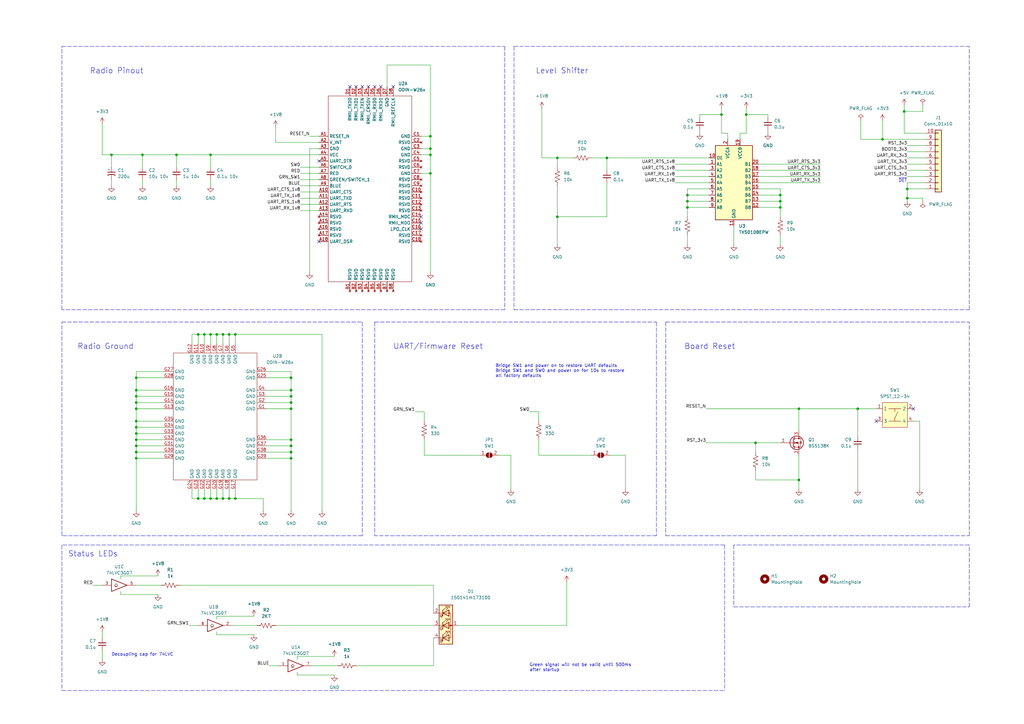
<source format=kicad_sch>
(kicad_sch (version 20211123) (generator eeschema)
  (paper "A3")
  (title_block (title "Radio Breakout") (company "The A-Team"))
  (lib_symbols
    (symbol "74xGxx:74LVC3G07" (pin_names (offset 1.016))
      (property "Reference" "U" (at -2.54 3.81 0))
      (property "Value" "74LVC3G07" (at 0 -3.81 0))
      (symbol "74LVC3G07_0_1"
        (pin power_in line (at 0 -2.54 270) (length 0) hide (name "GND") (number "4"))
        (pin power_in line (at 0 2.54 90) (length 0) hide (name "VCC") (number "8"))
      )
      (symbol "74LVC3G07_1_1"
        (pin input line (at -7.62 0 0) (length 3.81) (name "~") (number "1"))
        (pin open_collector line (at 6.35 0 180) (length 3.81) (name "~") (number "7"))
      )
      (symbol "74LVC3G07_2_1"
        (pin open_collector line (at 6.35 0 180) (length 3.81) (name "~") (number "2"))
        (pin input line (at -7.62 0 0) (length 3.81) (name "~") (number "6"))
      )
      (symbol "74LVC3G07_3_1"
        (pin input line (at -7.62 0 0) (length 3.81) (name "~") (number "3"))
        (pin open_collector line (at 6.35 0 180) (length 3.81) (name "~") (number "5"))
      )
    )
    (symbol "AT-Modules:ODIN-W26x"
      (property "Reference" "U" (at 25.4 27.94 0))
      (property "Value" "ODIN-W26x" (at 25.4 30.48 0))
      (symbol "ODIN-W26x_1_1"
        (pin input line (at -21.59 21.59 0) (length 3.81) (name "RESET_N") (number "A1"))
        (pin input line (at -21.59 -1.27 0) (length 3.81) (name "UART_CTS") (number "A10"))
        (pin output line (at -21.59 -3.81 0) (length 3.81) (name "UART_TXD") (number "A11"))
        (pin output line (at -21.59 -6.35 0) (length 3.81) (name "UART_RTS") (number "A12"))
        (pin input line (at -21.59 -8.89 0) (length 3.81) (name "UART_RXD") (number "A13"))
        (pin no_connect line (at -21.59 -11.43 0) (length 3.81) (name "RSVD") (number "A14"))
        (pin no_connect line (at -21.59 -13.97 0) (length 3.81) (name "RSVD") (number "A15"))
        (pin no_connect line (at -21.59 -16.51 0) (length 3.81) (name "RSVD") (number "A16"))
        (pin no_connect line (at -21.59 -19.05 0) (length 3.81) (name "RSVD") (number "A17"))
        (pin input line (at -21.59 -21.59 0) (length 3.81) (name "UART_DSR") (number "A18"))
        (pin power_out line (at -21.59 19.05 0) (length 3.81) (name "V_INT") (number "A2"))
        (pin power_in line (at -21.59 16.51 0) (length 3.81) (name "GND") (number "A3"))
        (pin power_in line (at -21.59 13.97 0) (length 3.81) (name "VCC") (number "A4"))
        (pin output line (at -21.59 11.43 0) (length 3.81) (name "UART_DTR") (number "A5"))
        (pin input line (at -21.59 8.89 0) (length 3.81) (name "SWITCH_0") (number "A6"))
        (pin output line (at -21.59 6.35 0) (length 3.81) (name "RED") (number "A7"))
        (pin bidirectional line (at -21.59 3.81 0) (length 3.81) (name "GREEN/SWITCH_1") (number "A8"))
        (pin output line (at -21.59 1.27 0) (length 3.81) (name "BLUE") (number "A9"))
        (pin no_connect line (at -8.89 -41.91 90) (length 3.81) (name "RSVD") (number "B1"))
        (pin no_connect line (at -6.35 -41.91 90) (length 3.81) (name "RSVD") (number "B2"))
        (pin no_connect line (at -3.81 -41.91 90) (length 3.81) (name "RSVD") (number "B3"))
        (pin no_connect line (at -1.27 -41.91 90) (length 3.81) (name "RSVD") (number "B4"))
        (pin no_connect line (at 1.27 -41.91 90) (length 3.81) (name "RSVD") (number "B5"))
        (pin no_connect line (at 3.81 -41.91 90) (length 3.81) (name "RSVD") (number "B6"))
        (pin no_connect line (at 6.35 -41.91 90) (length 3.81) (name "RSVD") (number "B7"))
        (pin no_connect line (at 8.89 -41.91 90) (length 3.81) (name "RSVD") (number "B8"))
        (pin power_in line (at 20.32 21.59 180) (length 3.81) (name "GND") (number "C1"))
        (pin no_connect line (at 20.32 -1.27 180) (length 3.81) (name "RSVD") (number "C10"))
        (pin no_connect line (at 20.32 -3.81 180) (length 3.81) (name "RSVD") (number "C11"))
        (pin no_connect line (at 20.32 -6.35 180) (length 3.81) (name "RSVD") (number "C12"))
        (pin no_connect line (at 20.32 -8.89 180) (length 3.81) (name "RSVD") (number "C13"))
        (pin output line (at 20.32 -11.43 180) (length 3.81) (name "RMII_MDC") (number "C14"))
        (pin bidirectional line (at 20.32 -13.97 180) (length 3.81) (name "RMII_MDO") (number "C15"))
        (pin input line (at 20.32 -16.51 180) (length 3.81) (name "LPO_CLK") (number "C16"))
        (pin no_connect line (at 20.32 -19.05 180) (length 3.81) (name "RSVD") (number "C17"))
        (pin no_connect line (at 20.32 -21.59 180) (length 3.81) (name "RSVD") (number "C18"))
        (pin no_connect line (at 20.32 19.05 180) (length 3.81) (name "RSVD") (number "C2"))
        (pin power_in line (at 20.32 16.51 180) (length 3.81) (name "GND") (number "C3"))
        (pin power_in line (at 20.32 13.97 180) (length 3.81) (name "GND") (number "C4"))
        (pin no_connect line (at 20.32 11.43 180) (length 3.81) (name "RSVD") (number "C5"))
        (pin no_connect line (at 20.32 8.89 180) (length 3.81) (name "RSVD") (number "C6"))
        (pin power_in line (at 20.32 6.35 180) (length 3.81) (name "GND") (number "C7"))
        (pin no_connect line (at 20.32 3.81 180) (length 3.81) (name "RSVD") (number "C8"))
        (pin no_connect line (at 20.32 1.27 180) (length 3.81) (name "RSVD") (number "C9"))
        (pin output line (at -8.89 41.91 270) (length 3.81) (name "RMII_TXD0") (number "D1"))
        (pin output line (at -6.35 41.91 270) (length 3.81) (name "RMII_TXD1") (number "D2"))
        (pin output line (at -3.81 41.91 270) (length 3.81) (name "RMII_TXEN") (number "D3"))
        (pin input line (at -1.27 41.91 270) (length 3.81) (name "RMII_CRSDV") (number "D4"))
        (pin input line (at 1.27 41.91 270) (length 3.81) (name "RMII_RXD0") (number "D5"))
        (pin input line (at 3.81 41.91 270) (length 3.81) (name "RMII_RXD1") (number "D6"))
        (pin power_in line (at 6.35 41.91 270) (length 3.81) (name "GND") (number "D7"))
        (pin input line (at 8.89 41.91 270) (length 3.81) (name "RMII_REFCLK") (number "D8"))
      )
      (symbol "ODIN-W26x_2_1"
        (pin power_in line (at -21.59 -3.81 0) (length 3.81) (name "GND") (number "G1"))
        (pin power_in line (at 3.81 -30.48 90) (length 3.81) (name "GND") (number "G10"))
        (pin power_in line (at 6.35 -30.48 90) (length 3.81) (name "GND") (number "G11"))
        (pin power_in line (at 8.89 -30.48 90) (length 3.81) (name "GND") (number "G12"))
        (pin power_in line (at 20.32 -3.81 180) (length 3.81) (name "GND") (number "G13"))
        (pin power_in line (at 20.32 -6.35 180) (length 3.81) (name "GND") (number "G14"))
        (pin power_in line (at 20.32 -8.89 180) (length 3.81) (name "GND") (number "G15"))
        (pin power_in line (at 20.32 -11.43 180) (length 3.81) (name "GND") (number "G16"))
        (pin power_in line (at -8.89 29.21 270) (length 3.81) (name "GND") (number "G17"))
        (pin power_in line (at -6.35 29.21 270) (length 3.81) (name "GND") (number "G18"))
        (pin power_in line (at -3.81 29.21 270) (length 3.81) (name "GND") (number "G19"))
        (pin power_in line (at -21.59 -6.35 0) (length 3.81) (name "GND") (number "G2"))
        (pin power_in line (at -1.27 29.21 270) (length 3.81) (name "GND") (number "G20"))
        (pin power_in line (at 1.27 29.21 270) (length 3.81) (name "GND") (number "G21"))
        (pin power_in line (at 3.81 29.21 270) (length 3.81) (name "GND") (number "G22"))
        (pin power_in line (at 6.35 29.21 270) (length 3.81) (name "GND") (number "G23"))
        (pin power_in line (at 8.89 29.21 270) (length 3.81) (name "GND") (number "G24"))
        (pin power_in line (at -21.59 -16.51 0) (length 3.81) (name "GND") (number "G25"))
        (pin power_in line (at -21.59 -19.05 0) (length 3.81) (name "GND") (number "G26"))
        (pin power_in line (at 20.32 -19.05 180) (length 3.81) (name "GND") (number "G27"))
        (pin power_in line (at 20.32 -16.51 180) (length 3.81) (name "GND") (number "G28"))
        (pin power_in line (at 20.32 16.51 180) (length 3.81) (name "GND") (number "G29"))
        (pin power_in line (at -21.59 -8.89 0) (length 3.81) (name "GND") (number "G3"))
        (pin power_in line (at 20.32 13.97 180) (length 3.81) (name "GND") (number "G30"))
        (pin power_in line (at 20.32 11.43 180) (length 3.81) (name "GND") (number "G31"))
        (pin power_in line (at 20.32 8.89 180) (length 3.81) (name "GND") (number "G32"))
        (pin power_in line (at 20.32 6.35 180) (length 3.81) (name "GND") (number "G33"))
        (pin power_in line (at 20.32 3.81 180) (length 3.81) (name "GND") (number "G34"))
        (pin power_in line (at 20.32 1.27 180) (length 3.81) (name "GND") (number "G35"))
        (pin power_in line (at -21.59 8.89 0) (length 3.81) (name "GND") (number "G36"))
        (pin power_in line (at -21.59 11.43 0) (length 3.81) (name "GND") (number "G37"))
        (pin power_in line (at -21.59 13.97 0) (length 3.81) (name "GND") (number "G38"))
        (pin power_in line (at -21.59 16.51 0) (length 3.81) (name "GND") (number "G39"))
        (pin power_in line (at -21.59 -11.43 0) (length 3.81) (name "GND") (number "G4"))
        (pin power_in line (at -8.89 -30.48 90) (length 3.81) (name "GND") (number "G5"))
        (pin power_in line (at -6.35 -30.48 90) (length 3.81) (name "GND") (number "G6"))
        (pin power_in line (at -3.81 -30.48 90) (length 3.81) (name "GND") (number "G7"))
        (pin power_in line (at -1.27 -30.48 90) (length 3.81) (name "GND") (number "G8"))
        (pin power_in line (at 1.27 -30.48 90) (length 3.81) (name "GND") (number "G9"))
      )
      (symbol "ODIN-W26x_3_1"
        (pin unspecified line (at -11.43 6.35 0) (length 3.81) (name "TEST") (number "TP1"))
        (pin unspecified line (at 11.43 3.81 180) (length 3.81) (name "TEST") (number "TP10"))
        (pin unspecified line (at -11.43 -6.35 0) (length 3.81) (name "TEST") (number "TP11"))
        (pin unspecified line (at 11.43 6.35 180) (length 3.81) (name "TEST") (number "TP12"))
        (pin unspecified line (at 11.43 -6.35 180) (length 3.81) (name "TEST") (number "TP2"))
        (pin unspecified line (at -11.43 3.81 0) (length 3.81) (name "TEST") (number "TP3"))
        (pin unspecified line (at 11.43 -3.81 180) (length 3.81) (name "TEST") (number "TP4"))
        (pin unspecified line (at -11.43 1.27 0) (length 3.81) (name "TEST") (number "TP5"))
        (pin unspecified line (at 11.43 -1.27 180) (length 3.81) (name "TEST") (number "TP6"))
        (pin unspecified line (at -11.43 -1.27 0) (length 3.81) (name "TEST") (number "TP7"))
        (pin unspecified line (at 11.43 1.27 180) (length 3.81) (name "TEST") (number "TP8"))
        (pin unspecified line (at -11.43 -3.81 0) (length 3.81) (name "TEST") (number "TP9"))
      )
    )
    (symbol "AT-Switches:SPST_12-34"
      (property "Reference" "SW" (at 0 6.35 0))
      (property "Value" "SPST_12-34" (at 0 -6.35 0))
      (symbol "SPST_12-34_1_1"
        (pin passive line (at -7.62 2.54 0) (length 2.54) (name "1") (number "1"))
        (pin passive line (at 7.62 2.54 180) (length 2.54) (name "2") (number "2"))
        (pin passive line (at -7.62 -2.54 0) (length 2.54) (name "3") (number "3"))
        (pin passive line (at 7.62 -2.54 180) (length 2.54) (name "4") (number "4"))
      )
    )
    (symbol "Connector_Generic:Conn_01x10" (pin_names (offset 1.016) hide)
      (property "Reference" "J" (at 0 12.7 0))
      (property "Value" "Conn_01x10" (at 0 -15.24 0))
      (symbol "Conn_01x10_1_1"
        (pin passive line (at -5.08 10.16 0) (length 3.81) (name "Pin_1") (number "1"))
        (pin passive line (at -5.08 -12.7 0) (length 3.81) (name "Pin_10") (number "10"))
        (pin passive line (at -5.08 7.62 0) (length 3.81) (name "Pin_2") (number "2"))
        (pin passive line (at -5.08 5.08 0) (length 3.81) (name "Pin_3") (number "3"))
        (pin passive line (at -5.08 2.54 0) (length 3.81) (name "Pin_4") (number "4"))
        (pin passive line (at -5.08 0 0) (length 3.81) (name "Pin_5") (number "5"))
        (pin passive line (at -5.08 -2.54 0) (length 3.81) (name "Pin_6") (number "6"))
        (pin passive line (at -5.08 -5.08 0) (length 3.81) (name "Pin_7") (number "7"))
        (pin passive line (at -5.08 -7.62 0) (length 3.81) (name "Pin_8") (number "8"))
        (pin passive line (at -5.08 -10.16 0) (length 3.81) (name "Pin_9") (number "9"))
      )
    )
    (symbol "Device:C_Polarized_Small_US" (pin_numbers hide) (pin_names (offset 0.254) hide)
      (property "Reference" "C" (at 0.254 1.778 0))
      (property "Value" "C_Polarized_Small_US" (at 0.254 -2.032 0))
      (symbol "C_Polarized_Small_US_1_1"
        (pin passive line (at 0 2.54 270) (length 2.032) (name "~") (number "1"))
        (pin passive line (at 0 -2.54 90) (length 2.032) (name "~") (number "2"))
      )
    )
    (symbol "Device:C_Small" (pin_numbers hide) (pin_names (offset 0.254) hide)
      (property "Reference" "C" (at 0.254 1.778 0))
      (property "Value" "C_Small" (at 0.254 -2.032 0))
      (symbol "C_Small_1_1"
        (pin passive line (at 0 2.54 270) (length 2.032) (name "~") (number "1"))
        (pin passive line (at 0 -2.54 90) (length 2.032) (name "~") (number "2"))
      )
    )
    (symbol "Device:LED_ARGB" (pin_names (offset 0) hide)
      (property "Reference" "D" (at 0 9.398 0))
      (property "Value" "LED_ARGB" (at 0 -8.89 0))
      (symbol "LED_ARGB_0_0"
        (text "B" (at -1.905 -6.35 0) (effects (font (size 1.27 1.27))))
        (text "G" (at -1.905 -1.27 0) (effects (font (size 1.27 1.27))))
        (text "R" (at -1.905 3.81 0) (effects (font (size 1.27 1.27))))
      )
      (symbol "LED_ARGB_1_1"
        (pin passive line (at 5.08 0 180) (length 2.54) (name "A") (number "1"))
        (pin passive line (at -5.08 5.08 0) (length 2.54) (name "RK") (number "2"))
        (pin passive line (at -5.08 0 0) (length 2.54) (name "GK") (number "3"))
        (pin passive line (at -5.08 -5.08 0) (length 2.54) (name "BK") (number "4"))
      )
    )
    (symbol "Device:Q_NMOS_GSD" (pin_names (offset 0) hide)
      (property "Reference" "Q" (at 5.08 1.27 0))
      (property "Value" "Q_NMOS_GSD" (at 5.08 -1.27 0))
      (symbol "Q_NMOS_GSD_1_1"
        (pin input line (at -5.08 0 0) (length 2.54) (name "G") (number "1"))
        (pin passive line (at 2.54 -5.08 90) (length 2.54) (name "S") (number "2"))
        (pin passive line (at 2.54 5.08 270) (length 2.54) (name "D") (number "3"))
      )
    )
    (symbol "Device:R_US" (pin_numbers hide) (pin_names (offset 0))
      (property "Reference" "R" (at 2.54 0 90))
      (property "Value" "R_US" (at -2.54 0 90))
      (symbol "R_US_1_1"
        (pin passive line (at 0 3.81 270) (length 1.27) (name "~") (number "1"))
        (pin passive line (at 0 -3.81 90) (length 1.27) (name "~") (number "2"))
      )
    )
    (symbol "Jumper:SolderJumper_2_Open" (pin_names (offset 0) hide)
      (property "Reference" "JP" (at 0 2.032 0))
      (property "Value" "SolderJumper_2_Open" (at 0 -2.54 0))
      (symbol "SolderJumper_2_Open_1_1"
        (pin passive line (at -3.81 0 0) (length 2.54) (name "A") (number "1"))
        (pin passive line (at 3.81 0 180) (length 2.54) (name "B") (number "2"))
      )
    )
    (symbol "Logic_LevelTranslator:TXS0108EPW"
      (property "Reference" "U" (at -6.35 16.51 0))
      (property "Value" "TXS0108EPW" (at 3.81 16.51 0))
      (symbol "TXS0108EPW_1_1"
        (pin bidirectional line (at -10.16 7.62 0) (length 2.54) (name "A1") (number "1"))
        (pin input line (at -10.16 10.16 0) (length 2.54) (name "OE") (number "10"))
        (pin power_in line (at 0 -17.78 90) (length 2.54) (name "GND") (number "11"))
        (pin bidirectional line (at 10.16 -10.16 180) (length 2.54) (name "B8") (number "12"))
        (pin bidirectional line (at 10.16 -7.62 180) (length 2.54) (name "B7") (number "13"))
        (pin bidirectional line (at 10.16 -5.08 180) (length 2.54) (name "B6") (number "14"))
        (pin bidirectional line (at 10.16 -2.54 180) (length 2.54) (name "B5") (number "15"))
        (pin bidirectional line (at 10.16 0 180) (length 2.54) (name "B4") (number "16"))
        (pin bidirectional line (at 10.16 2.54 180) (length 2.54) (name "B3") (number "17"))
        (pin bidirectional line (at 10.16 5.08 180) (length 2.54) (name "B2") (number "18"))
        (pin power_in line (at 2.54 17.78 270) (length 2.54) (name "VCCB") (number "19"))
        (pin power_in line (at -2.54 17.78 270) (length 2.54) (name "VCCA") (number "2"))
        (pin bidirectional line (at 10.16 7.62 180) (length 2.54) (name "B1") (number "20"))
        (pin bidirectional line (at -10.16 5.08 0) (length 2.54) (name "A2") (number "3"))
        (pin bidirectional line (at -10.16 2.54 0) (length 2.54) (name "A3") (number "4"))
        (pin bidirectional line (at -10.16 0 0) (length 2.54) (name "A4") (number "5"))
        (pin bidirectional line (at -10.16 -2.54 0) (length 2.54) (name "A5") (number "6"))
        (pin bidirectional line (at -10.16 -5.08 0) (length 2.54) (name "A6") (number "7"))
        (pin bidirectional line (at -10.16 -7.62 0) (length 2.54) (name "A7") (number "8"))
        (pin bidirectional line (at -10.16 -10.16 0) (length 2.54) (name "A8") (number "9"))
      )
    )
    (symbol "Mechanical:MountingHole" (pin_names (offset 1.016))
      (property "Reference" "H" (at 0 5.08 0))
      (property "Value" "MountingHole" (at 0 3.175 0))
    )
    (symbol "power:+1V8" (power) (pin_names (offset 0))
      (property "Value" "+1V8" (at 0 3.556 0))
      (symbol "+1V8_1_1"
        (pin power_in line (at 0 0 90) (length 0) hide (name "+1V8") (number "1"))
      )
    )
    (symbol "power:+3.3V" (power) (pin_names (offset 0))
      (property "Value" "+3.3V" (at 0 3.556 0))
      (symbol "+3.3V_1_1"
        (pin power_in line (at 0 0 90) (length 0) hide (name "+3V3") (number "1"))
      )
    )
    (symbol "power:+5V" (power) (pin_names (offset 0))
      (property "Value" "+5V" (at 0 3.556 0))
      (symbol "+5V_1_1"
        (pin power_in line (at 0 0 90) (length 0) hide (name "+5V") (number "1"))
      )
    )
    (symbol "power:GND" (power) (pin_names (offset 0))
      (property "Value" "GND" (at 0 -3.81 0))
      (symbol "GND_1_1"
        (pin power_in line (at 0 0 270) (length 0) hide (name "GND") (number "1"))
      )
    )
    (symbol "power:PWR_FLAG" (power) (pin_numbers hide) (pin_names (offset 0) hide)
      (property "Value" "PWR_FLAG" (at 0 3.81 0))
      (symbol "PWR_FLAG_0_0"
        (pin power_out line (at 0 0 90) (length 0) (name "pwr") (number "1"))
      )
    )
  )
  (junction (at 55.88 162.56))
  (junction (at 320.04 82.55))
  (junction (at 81.28 137.16))
  (junction (at 72.39 63.5))
  (junction (at 228.6 88.9))
  (junction (at 309.88 181.61))
  (junction (at 55.88 185.42))
  (junction (at 370.84 45.72))
  (junction (at 281.94 85.09))
  (junction (at 55.88 154.94))
  (junction (at 176.53 63.5))
  (junction (at 86.36 63.5))
  (junction (at 228.6 64.77))
  (junction (at 91.44 137.16))
  (junction (at 83.82 137.16))
  (junction (at 119.38 185.42))
  (junction (at 281.94 80.01))
  (junction (at 248.92 64.77))
  (junction (at 55.88 172.72))
  (junction (at 55.88 182.88))
  (junction (at 55.88 167.64))
  (junction (at 306.07 46.99))
  (junction (at 55.88 177.8))
  (junction (at 176.53 71.12))
  (junction (at 86.36 137.16))
  (junction (at 351.79 167.64))
  (junction (at 88.9 204.47))
  (junction (at 320.04 80.01))
  (junction (at 86.36 204.47))
  (junction (at 55.88 160.02))
  (junction (at 119.38 165.1))
  (junction (at 372.11 77.47))
  (junction (at 93.98 137.16))
  (junction (at 320.04 85.09))
  (junction (at 119.38 180.34))
  (junction (at 119.38 154.94))
  (junction (at 119.38 182.88))
  (junction (at 327.66 167.64))
  (junction (at 55.88 175.26))
  (junction (at 88.9 137.16))
  (junction (at 119.38 162.56))
  (junction (at 372.11 81.28))
  (junction (at 81.28 204.47))
  (junction (at 295.91 46.99))
  (junction (at 327.66 196.85))
  (junction (at 96.52 137.16))
  (junction (at 45.72 63.5))
  (junction (at 281.94 82.55))
  (junction (at 176.53 55.88))
  (junction (at 119.38 160.02))
  (junction (at 93.98 204.47))
  (junction (at 176.53 60.96))
  (junction (at 55.88 187.96))
  (junction (at 55.88 165.1))
  (junction (at 361.95 57.15))
  (junction (at 119.38 167.64))
  (junction (at 55.88 180.34))
  (junction (at 96.52 204.47))
  (junction (at 58.42 63.5))
  (junction (at 119.38 187.96))
  (junction (at 83.82 204.47))
  (junction (at 91.44 204.47))
  (no_connect (at 161.29 35.56))
  (no_connect (at 156.21 35.56))
  (no_connect (at 153.67 35.56))
  (no_connect (at 151.13 35.56))
  (no_connect (at 148.59 35.56))
  (no_connect (at 146.05 35.56))
  (no_connect (at 143.51 35.56))
  (no_connect (at 374.65 167.64))
  (no_connect (at 359.41 172.72))
  (no_connect (at 130.81 66.04))
  (no_connect (at 172.72 91.44))
  (no_connect (at 172.72 88.9))
  (no_connect (at 130.81 99.06))
  (no_connect (at 172.72 93.98))
  (wire (pts (xy 209.55 186.69) (xy 209.55 200.66)))
  (polyline (pts (xy 25.4 132.08) (xy 148.59 132.08)))
  (polyline (pts (xy 153.67 132.08) (xy 269.24 132.08)))
  (wire (pts (xy 109.22 154.94) (xy 119.38 154.94)))
  (wire (pts (xy 220.98 168.91) (xy 220.98 172.72)))
  (wire (pts (xy 119.38 152.4) (xy 119.38 154.94)))
  (wire (pts (xy 281.94 82.55) (xy 281.94 85.09)))
  (wire (pts (xy 55.88 162.56) (xy 67.31 162.56)))
  (wire (pts (xy 372.11 72.39) (xy 379.73 72.39)))
  (polyline (pts (xy 397.51 223.52) (xy 300.99 223.52)))
  (wire (pts (xy 220.98 180.34) (xy 220.98 186.69)))
  (wire (pts (xy 372.11 62.23) (xy 379.73 62.23)))
  (wire (pts (xy 281.94 96.52) (xy 281.94 100.33)))
  (wire (pts (xy 327.66 167.64) (xy 351.79 167.64)))
  (wire (pts (xy 320.04 82.55) (xy 320.04 85.09)))
  (polyline (pts (xy 269.24 219.71) (xy 153.67 219.71)))
  (polyline (pts (xy 25.4 223.52) (xy 25.4 283.21)))
  (wire (pts (xy 295.91 44.45) (xy 295.91 46.99)))
  (wire (pts (xy 55.88 165.1) (xy 67.31 165.1)))
  (wire (pts (xy 45.72 63.5) (xy 45.72 68.58)))
  (wire (pts (xy 55.88 152.4) (xy 55.88 154.94)))
  (wire (pts (xy 119.38 165.1) (xy 119.38 167.64)))
  (wire (pts (xy 109.22 162.56) (xy 119.38 162.56)))
  (wire (pts (xy 91.44 200.66) (xy 91.44 204.47)))
  (wire (pts (xy 55.88 185.42) (xy 55.88 187.96)))
  (wire (pts (xy 158.75 26.67) (xy 158.75 35.56)))
  (wire (pts (xy 311.15 77.47) (xy 320.04 77.47)))
  (wire (pts (xy 276.86 67.31) (xy 290.83 67.31)))
  (wire (pts (xy 123.19 76.2) (xy 130.81 76.2)))
  (wire (pts (xy 123.19 73.66) (xy 130.81 73.66)))
  (wire (pts (xy 242.57 64.77) (xy 248.92 64.77)))
  (wire (pts (xy 378.46 45.72) (xy 370.84 45.72)))
  (wire (pts (xy 86.36 137.16) (xy 88.9 137.16)))
  (wire (pts (xy 228.6 76.2) (xy 228.6 88.9)))
  (wire (pts (xy 248.92 74.93) (xy 248.92 88.9)))
  (wire (pts (xy 93.98 204.47) (xy 96.52 204.47)))
  (wire (pts (xy 127 60.96) (xy 130.81 60.96)))
  (wire (pts (xy 113.03 256.54) (xy 177.8 256.54)))
  (wire (pts (xy 220.98 186.69) (xy 242.57 186.69)))
  (wire (pts (xy 81.28 200.66) (xy 81.28 204.47)))
  (polyline (pts (xy 25.4 283.21) (xy 297.18 283.21)))
  (wire (pts (xy 119.38 167.64) (xy 119.38 180.34)))
  (wire (pts (xy 88.9 200.66) (xy 88.9 204.47)))
  (wire (pts (xy 55.88 154.94) (xy 67.31 154.94)))
  (wire (pts (xy 55.88 187.96) (xy 55.88 209.55)))
  (wire (pts (xy 49.53 237.49) (xy 49.53 236.22)))
  (wire (pts (xy 96.52 204.47) (xy 107.95 204.47)))
  (wire (pts (xy 311.15 69.85) (xy 336.55 69.85)))
  (wire (pts (xy 123.19 86.36) (xy 130.81 86.36)))
  (wire (pts (xy 276.86 74.93) (xy 290.83 74.93)))
  (wire (pts (xy 314.96 48.26) (xy 314.96 46.99)))
  (wire (pts (xy 55.88 187.96) (xy 67.31 187.96)))
  (wire (pts (xy 298.45 57.15) (xy 298.45 54.61)))
  (wire (pts (xy 353.06 49.53) (xy 353.06 57.15)))
  (wire (pts (xy 93.98 200.66) (xy 93.98 204.47)))
  (wire (pts (xy 372.11 81.28) (xy 372.11 82.55)))
  (wire (pts (xy 176.53 63.5) (xy 176.53 71.12)))
  (wire (pts (xy 58.42 68.58) (xy 58.42 63.5)))
  (wire (pts (xy 172.72 55.88) (xy 176.53 55.88)))
  (wire (pts (xy 309.88 181.61) (xy 309.88 185.42)))
  (polyline (pts (xy 207.01 127) (xy 25.4 127)))
  (wire (pts (xy 55.88 167.64) (xy 55.88 172.72)))
  (wire (pts (xy 290.83 77.47) (xy 281.94 77.47)))
  (polyline (pts (xy 297.18 223.52) (xy 25.4 223.52)))
  (wire (pts (xy 172.72 60.96) (xy 176.53 60.96)))
  (wire (pts (xy 170.18 168.91) (xy 173.99 168.91)))
  (wire (pts (xy 86.36 204.47) (xy 88.9 204.47)))
  (wire (pts (xy 372.11 59.69) (xy 379.73 59.69)))
  (wire (pts (xy 88.9 254) (xy 88.9 252.73)))
  (wire (pts (xy 377.19 172.72) (xy 377.19 200.66)))
  (wire (pts (xy 38.1 240.03) (xy 41.91 240.03)))
  (wire (pts (xy 123.19 81.28) (xy 130.81 81.28)))
  (wire (pts (xy 314.96 53.34) (xy 314.96 54.61)))
  (wire (pts (xy 130.81 63.5) (xy 86.36 63.5)))
  (wire (pts (xy 228.6 64.77) (xy 234.95 64.77)))
  (wire (pts (xy 320.04 181.61) (xy 309.88 181.61)))
  (wire (pts (xy 119.38 185.42) (xy 119.38 187.96)))
  (polyline (pts (xy 269.24 132.08) (xy 269.24 219.71)))
  (wire (pts (xy 127 55.88) (xy 130.81 55.88)))
  (wire (pts (xy 281.94 80.01) (xy 281.94 82.55)))
  (wire (pts (xy 91.44 204.47) (xy 93.98 204.47)))
  (wire (pts (xy 110.49 273.05) (xy 114.3 273.05)))
  (wire (pts (xy 127 60.96) (xy 127 111.76)))
  (wire (pts (xy 95.25 256.54) (xy 105.41 256.54)))
  (wire (pts (xy 121.92 269.24) (xy 137.16 269.24)))
  (wire (pts (xy 132.08 137.16) (xy 132.08 209.55)))
  (wire (pts (xy 88.9 137.16) (xy 88.9 140.97)))
  (polyline (pts (xy 207.01 19.05) (xy 207.01 127)))
  (wire (pts (xy 281.94 85.09) (xy 281.94 88.9)))
  (wire (pts (xy 250.19 186.69) (xy 256.54 186.69)))
  (wire (pts (xy 372.11 74.93) (xy 372.11 77.47)))
  (wire (pts (xy 55.88 172.72) (xy 55.88 175.26)))
  (wire (pts (xy 232.41 238.76) (xy 232.41 256.54)))
  (wire (pts (xy 327.66 186.69) (xy 327.66 196.85)))
  (wire (pts (xy 55.88 167.64) (xy 67.31 167.64)))
  (wire (pts (xy 86.36 63.5) (xy 72.39 63.5)))
  (wire (pts (xy 93.98 137.16) (xy 96.52 137.16)))
  (wire (pts (xy 228.6 64.77) (xy 222.25 64.77)))
  (wire (pts (xy 372.11 69.85) (xy 379.73 69.85)))
  (polyline (pts (xy 25.4 219.71) (xy 25.4 132.08)))
  (polyline (pts (xy 297.18 223.52) (xy 297.18 283.21)))
  (wire (pts (xy 248.92 64.77) (xy 290.83 64.77)))
  (wire (pts (xy 96.52 137.16) (xy 132.08 137.16)))
  (polyline (pts (xy 210.82 19.05) (xy 210.82 127)))
  (wire (pts (xy 176.53 26.67) (xy 158.75 26.67)))
  (wire (pts (xy 58.42 73.66) (xy 58.42 76.2)))
  (wire (pts (xy 121.92 275.59) (xy 121.92 276.86)))
  (wire (pts (xy 55.88 180.34) (xy 67.31 180.34)))
  (wire (pts (xy 295.91 46.99) (xy 295.91 54.61)))
  (wire (pts (xy 78.74 140.97) (xy 78.74 137.16)))
  (wire (pts (xy 119.38 162.56) (xy 119.38 165.1)))
  (wire (pts (xy 128.27 273.05) (xy 138.43 273.05)))
  (wire (pts (xy 81.28 137.16) (xy 81.28 140.97)))
  (wire (pts (xy 295.91 46.99) (xy 287.02 46.99)))
  (wire (pts (xy 83.82 137.16) (xy 83.82 140.97)))
  (wire (pts (xy 379.73 54.61) (xy 370.84 54.61)))
  (wire (pts (xy 91.44 137.16) (xy 91.44 140.97)))
  (wire (pts (xy 45.72 63.5) (xy 41.91 63.5)))
  (polyline (pts (xy 210.82 127) (xy 397.51 127)))
  (wire (pts (xy 176.53 71.12) (xy 176.53 111.76)))
  (wire (pts (xy 86.36 73.66) (xy 86.36 76.2)))
  (wire (pts (xy 228.6 88.9) (xy 228.6 100.33)))
  (wire (pts (xy 287.02 53.34) (xy 287.02 54.61)))
  (wire (pts (xy 289.56 167.64) (xy 327.66 167.64)))
  (polyline (pts (xy 273.05 219.71) (xy 397.51 219.71)))
  (wire (pts (xy 72.39 68.58) (xy 72.39 63.5)))
  (wire (pts (xy 86.36 137.16) (xy 86.36 140.97)))
  (wire (pts (xy 96.52 137.16) (xy 96.52 140.97)))
  (wire (pts (xy 81.28 204.47) (xy 83.82 204.47)))
  (wire (pts (xy 86.36 200.66) (xy 86.36 204.47)))
  (wire (pts (xy 173.99 186.69) (xy 173.99 180.34)))
  (polyline (pts (xy 148.59 219.71) (xy 25.4 219.71)))
  (wire (pts (xy 370.84 54.61) (xy 370.84 45.72)))
  (wire (pts (xy 55.88 240.03) (xy 66.04 240.03)))
  (wire (pts (xy 287.02 48.26) (xy 287.02 46.99)))
  (polyline (pts (xy 25.4 19.05) (xy 207.01 19.05)))
  (wire (pts (xy 378.46 81.28) (xy 372.11 81.28)))
  (wire (pts (xy 187.96 256.54) (xy 232.41 256.54)))
  (wire (pts (xy 311.15 72.39) (xy 336.55 72.39)))
  (wire (pts (xy 173.99 168.91) (xy 173.99 172.72)))
  (wire (pts (xy 55.88 162.56) (xy 55.88 165.1)))
  (wire (pts (xy 109.22 180.34) (xy 119.38 180.34)))
  (wire (pts (xy 351.79 167.64) (xy 351.79 179.07)))
  (wire (pts (xy 379.73 74.93) (xy 372.11 74.93)))
  (wire (pts (xy 55.88 180.34) (xy 55.88 182.88)))
  (polyline (pts (xy 25.4 127) (xy 25.4 19.05)))
  (wire (pts (xy 379.73 77.47) (xy 372.11 77.47)))
  (wire (pts (xy 372.11 77.47) (xy 372.11 81.28)))
  (wire (pts (xy 311.15 82.55) (xy 320.04 82.55)))
  (polyline (pts (xy 397.51 219.71) (xy 397.51 132.08)))
  (wire (pts (xy 72.39 63.5) (xy 58.42 63.5)))
  (wire (pts (xy 49.53 242.57) (xy 49.53 243.84)))
  (wire (pts (xy 248.92 64.77) (xy 248.92 69.85)))
  (wire (pts (xy 176.53 55.88) (xy 176.53 26.67)))
  (polyline (pts (xy 148.59 132.08) (xy 148.59 219.71)))
  (wire (pts (xy 222.25 44.45) (xy 222.25 64.77)))
  (wire (pts (xy 91.44 137.16) (xy 93.98 137.16)))
  (wire (pts (xy 78.74 137.16) (xy 81.28 137.16)))
  (wire (pts (xy 41.91 266.7) (xy 41.91 270.51)))
  (wire (pts (xy 370.84 45.72) (xy 370.84 43.18)))
  (wire (pts (xy 374.65 172.72) (xy 377.19 172.72)))
  (wire (pts (xy 177.8 240.03) (xy 177.8 251.46)))
  (wire (pts (xy 109.22 160.02) (xy 119.38 160.02)))
  (wire (pts (xy 378.46 82.55) (xy 378.46 81.28)))
  (wire (pts (xy 372.11 67.31) (xy 379.73 67.31)))
  (wire (pts (xy 55.88 185.42) (xy 67.31 185.42)))
  (wire (pts (xy 298.45 54.61) (xy 295.91 54.61)))
  (wire (pts (xy 45.72 63.5) (xy 58.42 63.5)))
  (wire (pts (xy 130.81 58.42) (xy 113.03 58.42)))
  (wire (pts (xy 93.98 137.16) (xy 93.98 140.97)))
  (wire (pts (xy 276.86 69.85) (xy 290.83 69.85)))
  (wire (pts (xy 55.88 154.94) (xy 55.88 160.02)))
  (wire (pts (xy 306.07 46.99) (xy 306.07 54.61)))
  (wire (pts (xy 123.19 71.12) (xy 130.81 71.12)))
  (wire (pts (xy 177.8 273.05) (xy 177.8 261.62)))
  (wire (pts (xy 88.9 137.16) (xy 91.44 137.16)))
  (wire (pts (xy 217.17 168.91) (xy 220.98 168.91)))
  (wire (pts (xy 327.66 196.85) (xy 327.66 200.66)))
  (wire (pts (xy 290.83 80.01) (xy 281.94 80.01)))
  (wire (pts (xy 88.9 260.35) (xy 104.14 260.35)))
  (wire (pts (xy 309.88 196.85) (xy 327.66 196.85)))
  (wire (pts (xy 311.15 85.09) (xy 320.04 85.09)))
  (wire (pts (xy 55.88 182.88) (xy 55.88 185.42)))
  (wire (pts (xy 109.22 182.88) (xy 119.38 182.88)))
  (polyline (pts (xy 397.51 127) (xy 397.51 19.05)))
  (wire (pts (xy 109.22 185.42) (xy 119.38 185.42)))
  (wire (pts (xy 361.95 49.53) (xy 361.95 57.15)))
  (wire (pts (xy 320.04 77.47) (xy 320.04 80.01)))
  (wire (pts (xy 303.53 54.61) (xy 306.07 54.61)))
  (wire (pts (xy 378.46 43.18) (xy 378.46 45.72)))
  (wire (pts (xy 311.15 80.01) (xy 320.04 80.01)))
  (polyline (pts (xy 397.51 248.92) (xy 397.51 223.52)))
  (wire (pts (xy 109.22 167.64) (xy 119.38 167.64)))
  (wire (pts (xy 320.04 96.52) (xy 320.04 100.33)))
  (wire (pts (xy 88.9 259.08) (xy 88.9 260.35)))
  (wire (pts (xy 309.88 193.04) (xy 309.88 196.85)))
  (wire (pts (xy 77.47 256.54) (xy 81.28 256.54)))
  (wire (pts (xy 55.88 175.26) (xy 55.88 177.8)))
  (polyline (pts (xy 300.99 248.92) (xy 397.51 248.92)))
  (wire (pts (xy 121.92 276.86) (xy 137.16 276.86)))
  (wire (pts (xy 119.38 182.88) (xy 119.38 185.42)))
  (wire (pts (xy 49.53 243.84) (xy 64.77 243.84)))
  (wire (pts (xy 311.15 74.93) (xy 336.55 74.93)))
  (wire (pts (xy 96.52 200.66) (xy 96.52 204.47)))
  (wire (pts (xy 45.72 73.66) (xy 45.72 76.2)))
  (wire (pts (xy 353.06 57.15) (xy 361.95 57.15)))
  (wire (pts (xy 55.88 177.8) (xy 55.88 180.34)))
  (polyline (pts (xy 273.05 132.08) (xy 273.05 219.71)))
  (wire (pts (xy 88.9 252.73) (xy 104.14 252.73)))
  (wire (pts (xy 172.72 71.12) (xy 176.53 71.12)))
  (wire (pts (xy 361.95 57.15) (xy 379.73 57.15)))
  (wire (pts (xy 73.66 240.03) (xy 177.8 240.03)))
  (wire (pts (xy 306.07 44.45) (xy 306.07 46.99)))
  (wire (pts (xy 55.88 160.02) (xy 67.31 160.02)))
  (wire (pts (xy 372.11 64.77) (xy 379.73 64.77)))
  (wire (pts (xy 204.47 186.69) (xy 209.55 186.69)))
  (polyline (pts (xy 273.05 132.08) (xy 397.51 132.08)))
  (wire (pts (xy 119.38 160.02) (xy 119.38 162.56)))
  (wire (pts (xy 55.88 177.8) (xy 67.31 177.8)))
  (wire (pts (xy 228.6 64.77) (xy 228.6 68.58)))
  (wire (pts (xy 123.19 68.58) (xy 130.81 68.58)))
  (wire (pts (xy 276.86 72.39) (xy 290.83 72.39)))
  (wire (pts (xy 113.03 58.42) (xy 113.03 52.07)))
  (wire (pts (xy 55.88 152.4) (xy 67.31 152.4)))
  (wire (pts (xy 290.83 82.55) (xy 281.94 82.55)))
  (wire (pts (xy 146.05 273.05) (xy 177.8 273.05)))
  (wire (pts (xy 41.91 50.8) (xy 41.91 63.5)))
  (wire (pts (xy 256.54 186.69) (xy 256.54 200.66)))
  (wire (pts (xy 55.88 182.88) (xy 67.31 182.88)))
  (wire (pts (xy 55.88 165.1) (xy 55.88 167.64)))
  (wire (pts (xy 119.38 154.94) (xy 119.38 160.02)))
  (wire (pts (xy 351.79 167.64) (xy 359.41 167.64)))
  (wire (pts (xy 83.82 137.16) (xy 86.36 137.16)))
  (wire (pts (xy 107.95 204.47) (xy 107.95 209.55)))
  (wire (pts (xy 327.66 176.53) (xy 327.66 167.64)))
  (wire (pts (xy 248.92 88.9) (xy 228.6 88.9)))
  (wire (pts (xy 172.72 63.5) (xy 176.53 63.5)))
  (wire (pts (xy 55.88 175.26) (xy 67.31 175.26)))
  (wire (pts (xy 123.19 83.82) (xy 130.81 83.82)))
  (wire (pts (xy 81.28 137.16) (xy 83.82 137.16)))
  (wire (pts (xy 49.53 236.22) (xy 64.77 236.22)))
  (wire (pts (xy 83.82 204.47) (xy 86.36 204.47)))
  (wire (pts (xy 351.79 184.15) (xy 351.79 200.66)))
  (wire (pts (xy 309.88 181.61) (xy 289.56 181.61)))
  (wire (pts (xy 320.04 85.09) (xy 320.04 88.9)))
  (wire (pts (xy 86.36 68.58) (xy 86.36 63.5)))
  (wire (pts (xy 41.91 259.08) (xy 41.91 261.62)))
  (wire (pts (xy 290.83 85.09) (xy 281.94 85.09)))
  (wire (pts (xy 119.38 187.96) (xy 119.38 209.55)))
  (wire (pts (xy 281.94 77.47) (xy 281.94 80.01)))
  (wire (pts (xy 311.15 67.31) (xy 336.55 67.31)))
  (wire (pts (xy 119.38 180.34) (xy 119.38 182.88)))
  (wire (pts (xy 109.22 165.1) (xy 119.38 165.1)))
  (wire (pts (xy 306.07 46.99) (xy 314.96 46.99)))
  (wire (pts (xy 176.53 60.96) (xy 176.53 63.5)))
  (wire (pts (xy 123.19 78.74) (xy 130.81 78.74)))
  (wire (pts (xy 78.74 200.66) (xy 78.74 204.47)))
  (wire (pts (xy 55.88 172.72) (xy 67.31 172.72)))
  (polyline (pts (xy 153.67 132.08) (xy 153.67 219.71)))
  (wire (pts (xy 176.53 55.88) (xy 176.53 60.96)))
  (wire (pts (xy 303.53 54.61) (xy 303.53 57.15)))
  (wire (pts (xy 109.22 152.4) (xy 119.38 152.4)))
  (wire (pts (xy 173.99 186.69) (xy 196.85 186.69)))
  (wire (pts (xy 121.92 269.24) (xy 121.92 270.51)))
  (wire (pts (xy 72.39 73.66) (xy 72.39 76.2)))
  (wire (pts (xy 88.9 204.47) (xy 91.44 204.47)))
  (polyline (pts (xy 210.82 19.05) (xy 397.51 19.05)))
  (wire (pts (xy 55.88 160.02) (xy 55.88 162.56)))
  (wire (pts (xy 83.82 200.66) (xy 83.82 204.47)))
  (wire (pts (xy 320.04 80.01) (xy 320.04 82.55)))
  (wire (pts (xy 109.22 187.96) (xy 119.38 187.96)))
  (wire (pts (xy 78.74 204.47) (xy 81.28 204.47)))
  (wire (pts (xy 300.99 92.71) (xy 300.99 100.33)))
  (polyline (pts (xy 300.99 223.52) (xy 300.99 248.92)))
  (text "Radio Ground\n" (at 31.75 143.51 0) (effects (font (size 2.25 2.25)) (justify left bottom)))
  (text "~{DET}" (at 372.11 74.93 180) (effects (font (size 1.27 1.27)) (justify right bottom)))
  (text "Radio Pinout\n" (at 36.83 30.48 0) (effects (font (size 2.25 2.25)) (justify left bottom)))
  (text "Green signal will not be valid until 500ms\nafter startup" (at 217.17 275.59 0) (effects (font (size 1.27 1.27)) (justify left bottom)))
  (text "Level Shifter" (at 219.71 30.48 0) (effects (font (size 2.25 2.25)) (justify left bottom)))
  (text "Board Reset" (at 280.67 143.51 0) (effects (font (size 2.25 2.25)) (justify left bottom)))
  (text "Decoupling cap for 74LVC" (at 45.72 269.24 0) (effects (font (size 1.27 1.27)) (justify left bottom)))
  (text "Status LEDs" (at 27.94 228.6 0) (effects (font (size 2.25 2.25)) (justify left bottom)))
  (text "UART/Firmware Reset" (at 161.29 143.51 0) (effects (font (size 2.25 2.25)) (justify left bottom)))
  (text "Bridge SW1 and power on to restore UART defaults\nBridge SW1 and SW0 and power on for 10s to restore \nall factory defaults" (at 203.2 154.94 0) (effects (font (size 1.27 1.27)) (justify left bottom)))
  (label "GRN_SW1" (at 170.18 168.91 180))
  (label "SW0" (at 123.19 68.58 180))
  (label "RST_3v3" (at 372.11 59.69 180))
  (label "UART_RX_3v3" (at 336.55 72.39 180))
  (label "UART_TX_1v8" (at 276.86 74.93 180))
  (label "RESET_N" (at 127 55.88 180))
  (label "UART_RTS_3v3" (at 372.11 72.39 180))
  (label "UART_CTS_3v3" (at 336.55 69.85 180))
  (label "UART_CTS_1v8" (at 123.19 78.74 180))
  (label "RED" (at 123.19 71.12 180))
  (label "UART_RTS_3v3" (at 336.55 67.31 180))
  (label "UART_CTS_3v3" (at 372.11 69.85 180))
  (label "BOOT0_3v3" (at 372.11 62.23 180))
  (label "UART_RX_3v3" (at 372.11 64.77 180))
  (label "BLUE" (at 110.49 273.05 180))
  (label "UART_TX_3v3" (at 372.11 67.31 180))
  (label "RED" (at 38.1 240.03 180))
  (label "UART_RTS_1v8" (at 123.19 83.82 180))
  (label "GRN_SW1" (at 123.19 73.66 180))
  (label "UART_TX_3v3" (at 336.55 74.93 180))
  (label "UART_RX_1v8" (at 276.86 72.39 180))
  (label "UART_TX_1v8" (at 123.19 81.28 180))
  (label "GRN_SW1" (at 77.47 256.54 180))
  (label "RST_3v3" (at 289.56 181.61 180))
  (label "UART_CTS_1v8" (at 276.86 69.85 180))
  (label "UART_RTS_1v8" (at 276.86 67.31 180))
  (label "BLUE" (at 123.19 76.2 180))
  (label "RESET_N" (at 289.56 167.64 180))
  (label "SW0" (at 217.17 168.91 180))
  (label "UART_RX_1v8" (at 123.19 86.36 180))
  (symbol (lib_id "Device:C_Small") (at 248.92 72.39 0) (mirror y) (unit 1)
    (property "Reference" "C8" (at 251.46 71.1262 0) (effects (justify right)))
    (property "Value" "0.1u" (at 251.46 73.6662 0) (effects (justify right)))
  )
  (symbol (lib_id "Jumper:SolderJumper_2_Open") (at 200.66 186.69 0) (unit 1)
    (property "Reference" "JP1" (at 200.66 180.34 0))
    (property "Value" "SW1" (at 200.66 182.88 0))
  )
  (symbol (lib_id "power:GND") (at 281.94 100.33 0) (mirror y) (unit 1)
    (property "Reference" "#PWR0131" (effects hide))
    (property "Value" "GND" (at 281.94 105.41 0))
  )
  (symbol (lib_id "Device:Q_NMOS_GSD") (at 325.12 181.61 0) (unit 1)
    (property "Reference" "Q1" (at 331.47 180.3399 0) (effects (justify left)))
    (property "Value" "BSS138K" (at 331.47 182.8799 0) (effects (justify left)))
  )
  (symbol (lib_id "74xGxx:74LVC3G07") (at 49.53 240.03 0) (unit 3)
    (property "Reference" "U1" (at 48.895 232.41 0))
    (property "Value" "74LVC3G07" (at 48.895 234.95 0))
    (property "Datasheet" "http://www.ti.com/lit/sg/scyt129e/scyt129e.pdf" (effects hide))
  )
  (symbol (lib_id "power:PWR_FLAG") (at 378.46 43.18 0) (unit 1)
    (property "Reference" "#FLG0101" (effects hide))
    (property "Value" "PWR_FLAG" (at 378.46 38.1 0))
  )
  (symbol (lib_id "Device:LED_ARGB") (at 182.88 256.54 0) (unit 1)
    (property "Reference" "D1" (at 193.04 242.57 0))
    (property "Value" "150141m173100" (at 193.04 245.11 0))
    (property "Footprint" "LED_SMD:Wurth_Elektronik_150141M173100" (effects hide))
    (property "Datasheet" "https://www.mouser.com/ProductDetail/Wurth-Elektronik/150141M173100?qs=2kOmHSv6VfT%2Fmnpysgc7Ng%3D%3D" (effects hide))
  )
  (symbol (lib_id "Device:C_Small") (at 314.96 50.8 180) (unit 1)
    (property "Reference" "C6" (at 317.5 49.5235 0) (effects (justify right)))
    (property "Value" "0.1u" (at 317.5 52.0635 0) (effects (justify right)))
  )
  (symbol (lib_id "power:+1V8") (at 41.91 259.08 0) (unit 1)
    (property "Reference" "#PWR01" (effects hide))
    (property "Value" "+1V8" (at 41.91 254 0))
  )
  (symbol (lib_id "Device:R_US") (at 69.85 240.03 90) (unit 1)
    (property "Reference" "R1" (at 69.85 233.68 90))
    (property "Value" "1k" (at 69.85 236.22 90))
  )
  (symbol (lib_id "power:+1V8") (at 64.77 236.22 0) (unit 1)
    (property "Reference" "#PWR0121" (effects hide))
    (property "Value" "+1V8" (at 64.77 231.14 0))
  )
  (symbol (lib_id "AT-Modules:ODIN-W26x") (at 152.4 77.47 0) (unit 1)
    (property "Reference" "U2" (at 163.3094 34.29 0) (effects (justify left)))
    (property "Value" "ODIN-W26x" (at 163.3094 36.83 0) (effects (justify left)))
    (property "Footprint" "AT-Modules:ODIN_W2" (effects hide))
  )
  (symbol (lib_id "Mechanical:MountingHole") (at 337.82 237.49 0) (unit 1)
    (property "Reference" "H2" (at 340.36 236.2199 0) (effects (justify left)))
    (property "Value" "MountingHole" (at 340.36 238.7599 0) (effects (justify left)))
    (property "Footprint" "MountingHole:MountingHole_3.2mm_M3" (effects hide))
  )
  (symbol (lib_id "power:+1V8") (at 104.14 252.73 0) (unit 1)
    (property "Reference" "#PWR0124" (effects hide))
    (property "Value" "+1V8" (at 104.14 247.65 0))
  )
  (symbol (lib_id "Device:R_US") (at 320.04 92.71 180) (unit 1)
    (property "Reference" "R9" (at 322.58 91.4399 0) (effects (justify right)))
    (property "Value" "10k" (at 322.58 93.9799 0) (effects (justify right)))
  )
  (symbol (lib_id "Device:R_US") (at 228.6 72.39 180) (unit 1)
    (property "Reference" "R6" (at 231.14 71.1199 0) (effects (justify right)))
    (property "Value" "10k" (at 231.14 73.6599 0) (effects (justify right)))
  )
  (symbol (lib_id "Device:C_Small") (at 351.79 181.61 0) (mirror x) (unit 1)
    (property "Reference" "C9" (at 349.25 180.3335 0) (effects (justify right)))
    (property "Value" "0.1u" (at 349.25 182.8735 0) (effects (justify right)))
  )
  (symbol (lib_id "power:+1V8") (at 137.16 269.24 0) (unit 1)
    (property "Reference" "#PWR0122" (effects hide))
    (property "Value" "+1V8" (at 137.16 264.16 0))
  )
  (symbol (lib_id "Device:C_Small") (at 287.02 50.8 0) (mirror x) (unit 1)
    (property "Reference" "C5" (at 284.48 49.5235 0) (effects (justify right)))
    (property "Value" "0.1u" (at 284.48 52.0635 0) (effects (justify right)))
  )
  (symbol (lib_id "power:GND") (at 58.42 76.2 0) (unit 1)
    (property "Reference" "#PWR0108" (effects hide))
    (property "Value" "GND" (at 58.42 81.28 0))
  )
  (symbol (lib_id "Device:R_US") (at 142.24 273.05 90) (unit 1)
    (property "Reference" "R3" (at 142.24 266.7 90))
    (property "Value" "1k" (at 142.24 269.24 90))
  )
  (symbol (lib_id "power:GND") (at 314.96 54.61 0) (unit 1)
    (property "Reference" "#PWR0102" (effects hide))
    (property "Value" "GND" (at 314.96 59.69 0))
  )
  (symbol (lib_id "power:+1V8") (at 222.25 44.45 0) (unit 1)
    (property "Reference" "#PWR0130" (effects hide))
    (property "Value" "+1V8" (at 222.25 39.37 0))
  )
  (symbol (lib_id "74xGxx:74LVC3G07") (at 121.92 273.05 0) (unit 1)
    (property "Reference" "U1" (at 121.285 265.43 0))
    (property "Value" "74LVC3G07" (at 121.285 267.97 0))
    (property "Datasheet" "http://www.ti.com/lit/sg/scyt129e/scyt129e.pdf" (effects hide))
  )
  (symbol (lib_id "power:GND") (at 287.02 54.61 0) (mirror y) (unit 1)
    (property "Reference" "#PWR0129" (effects hide))
    (property "Value" "GND" (at 287.02 59.69 0))
  )
  (symbol (lib_id "Connector_Generic:Conn_01x10") (at 384.81 67.31 0) (mirror x) (unit 1)
    (property "Reference" "J1" (at 384.81 48.26 0))
    (property "Value" "Conn_01x10" (at 384.81 50.8 0))
  )
  (symbol (lib_id "power:GND") (at 320.04 100.33 0) (unit 1)
    (property "Reference" "#PWR0101" (effects hide))
    (property "Value" "GND" (at 320.04 105.41 0))
  )
  (symbol (lib_id "74xGxx:74LVC3G07") (at 88.9 256.54 0) (unit 2)
    (property "Reference" "U1" (at 87.63 248.92 0))
    (property "Value" "74LVC3G07" (at 87.63 251.46 0))
    (property "Datasheet" "http://www.ti.com/lit/sg/scyt129e/scyt129e.pdf" (effects hide))
  )
  (symbol (lib_id "power:GND") (at 64.77 243.84 0) (unit 1)
    (property "Reference" "#PWR0126" (effects hide))
    (property "Value" "GND" (at 64.77 248.92 0))
  )
  (symbol (lib_id "AT-Modules:ODIN-W26x") (at 87.63 171.45 180) (unit 2)
    (property "Reference" "U2" (at 111.76 146.05 0) (effects (justify right)))
    (property "Value" "ODIN-W26x" (at 109.22 148.59 0) (effects (justify right)))
    (property "Footprint" "AT-Modules:ODIN_W2" (effects hide))
  )
  (symbol (lib_id "Device:R_US") (at 238.76 64.77 270) (unit 1)
    (property "Reference" "R10" (at 238.76 58.42 90))
    (property "Value" "10k" (at 238.76 60.96 90))
  )
  (symbol (lib_id "power:PWR_FLAG") (at 353.06 49.53 0) (unit 1)
    (property "Reference" "#FLG01" (effects hide))
    (property "Value" "PWR_FLAG" (at 353.06 44.45 0))
  )
  (symbol (lib_id "power:+3.3V") (at 41.91 50.8 0) (unit 1)
    (property "Reference" "#PWR0111" (effects hide))
    (property "Value" "+3.3V" (at 41.91 45.72 0))
  )
  (symbol (lib_id "Device:R_US") (at 220.98 176.53 0) (unit 1)
    (property "Reference" "R5" (at 223.52 175.2599 0) (effects (justify left)))
    (property "Value" "330" (at 223.52 177.7999 0) (effects (justify left)))
  )
  (symbol (lib_id "power:GND") (at 300.99 100.33 0) (unit 1)
    (property "Reference" "#PWR0106" (effects hide))
    (property "Value" "GND" (at 300.99 105.41 0))
  )
  (symbol (lib_id "power:GND") (at 256.54 200.66 0) (unit 1)
    (property "Reference" "#PWR0133" (effects hide))
    (property "Value" "GND" (at 256.54 205.74 0))
  )
  (symbol (lib_id "power:GND") (at 327.66 200.66 0) (unit 1)
    (property "Reference" "#PWR0113" (effects hide))
    (property "Value" "GND" (at 327.66 205.74 0))
  )
  (symbol (lib_id "power:+3.3V") (at 306.07 44.45 0) (unit 1)
    (property "Reference" "#PWR0105" (effects hide))
    (property "Value" "+3.3V" (at 306.07 39.37 0))
  )
  (symbol (lib_id "power:GND") (at 228.6 100.33 0) (unit 1)
    (property "Reference" "#PWR0132" (effects hide))
    (property "Value" "GND" (at 228.6 105.41 0))
  )
  (symbol (lib_id "Mechanical:MountingHole") (at 313.69 237.49 0) (unit 1)
    (property "Reference" "H1" (at 316.23 236.2199 0) (effects (justify left)))
    (property "Value" "MountingHole" (at 316.23 238.7599 0) (effects (justify left)))
    (property "Footprint" "MountingHole:MountingHole_3.2mm_M3" (effects hide))
  )
  (symbol (lib_id "power:GND") (at 55.88 209.55 0) (unit 1)
    (property "Reference" "#PWR0117" (effects hide))
    (property "Value" "GND" (at 55.88 214.63 0))
  )
  (symbol (lib_id "power:GND") (at 377.19 200.66 0) (unit 1)
    (property "Reference" "#PWR0114" (effects hide))
    (property "Value" "GND" (at 377.19 205.74 0))
  )
  (symbol (lib_id "power:GND") (at 132.08 209.55 0) (unit 1)
    (property "Reference" "#PWR0119" (effects hide))
    (property "Value" "GND" (at 132.08 214.63 0))
  )
  (symbol (lib_id "Device:R_US") (at 281.94 92.71 0) (mirror x) (unit 1)
    (property "Reference" "R7" (at 279.4 91.4399 0) (effects (justify right)))
    (property "Value" "10k" (at 279.4 93.9799 0) (effects (justify right)))
  )
  (symbol (lib_id "Logic_LevelTranslator:TXS0108EPW") (at 300.99 74.93 0) (unit 1)
    (property "Reference" "U3" (at 303.0094 92.71 0) (effects (justify left)))
    (property "Value" "TXS0108EPW" (at 303.0094 95.25 0) (effects (justify left)))
    (property "Footprint" "Package_SO:TSSOP-20_4.4x6.5mm_P0.65mm" (effects hide))
    (property "Datasheet" "www.ti.com/lit/ds/symlink/txs0108e.pdf" (effects hide))
  )
  (symbol (lib_id "Device:C_Small") (at 41.91 264.16 0) (mirror x) (unit 1)
    (property "Reference" "C7" (at 39.37 262.8835 0) (effects (justify right)))
    (property "Value" "0.1u" (at 39.37 265.4235 0) (effects (justify right)))
  )
  (symbol (lib_id "AT-Switches:SPST_12-34") (at 367.03 170.18 0) (unit 1)
    (property "Reference" "SW1" (at 367.03 160.02 0))
    (property "Value" "SPST_12-34" (at 367.03 162.56 0))
  )
  (symbol (lib_id "power:PWR_FLAG") (at 378.46 82.55 180) (unit 1)
    (property "Reference" "#FLG02" (effects hide))
    (property "Value" "PWR_FLAG" (at 381 83.8199 0) (effects (justify right)))
  )
  (symbol (lib_id "power:GND") (at 127 111.76 0) (unit 1)
    (property "Reference" "#PWR0110" (effects hide))
    (property "Value" "GND" (at 127 116.84 0))
  )
  (symbol (lib_id "power:GND") (at 351.79 200.66 0) (unit 1)
    (property "Reference" "#PWR03" (effects hide))
    (property "Value" "GND" (at 351.79 205.74 0))
  )
  (symbol (lib_id "power:+3.3V") (at 232.41 238.76 0) (unit 1)
    (property "Reference" "#PWR0127" (effects hide))
    (property "Value" "+3.3V" (at 232.41 233.68 0))
  )
  (symbol (lib_id "power:GND") (at 72.39 76.2 0) (unit 1)
    (property "Reference" "#PWR0107" (effects hide))
    (property "Value" "GND" (at 72.39 81.28 0))
  )
  (symbol (lib_id "power:GND") (at 209.55 200.66 0) (unit 1)
    (property "Reference" "#PWR0134" (effects hide))
    (property "Value" "GND" (at 209.55 205.74 0))
  )
  (symbol (lib_id "Device:R_US") (at 309.88 189.23 180) (unit 1)
    (property "Reference" "R8" (at 312.42 187.9599 0) (effects (justify right)))
    (property "Value" "10k" (at 312.42 190.4999 0) (effects (justify right)))
  )
  (symbol (lib_id "Jumper:SolderJumper_2_Open") (at 246.38 186.69 0) (unit 1)
    (property "Reference" "JP2" (at 246.38 180.34 0))
    (property "Value" "SW0" (at 246.38 182.88 0))
  )
  (symbol (lib_id "power:GND") (at 41.91 270.51 0) (unit 1)
    (property "Reference" "#PWR02" (effects hide))
    (property "Value" "GND" (at 41.91 275.59 0))
  )
  (symbol (lib_id "power:+1V8") (at 295.91 44.45 0) (unit 1)
    (property "Reference" "#PWR0115" (effects hide))
    (property "Value" "+1V8" (at 295.91 39.37 0))
  )
  (symbol (lib_id "power:GND") (at 45.72 76.2 0) (unit 1)
    (property "Reference" "#PWR0116" (effects hide))
    (property "Value" "GND" (at 45.72 81.28 0))
  )
  (symbol (lib_id "Device:C_Polarized_Small_US") (at 45.72 71.12 0) (unit 1)
    (property "Reference" "C1" (at 48.26 69.85 0) (effects (justify left)))
    (property "Value" "220u" (at 48.26 72.39 0) (effects (justify left)))
    (property "Datasheet" "https://www.digikey.com/en/products/detail/rubycon/10YXJ220M5X11/3562909" (effects hide))
  )
  (symbol (lib_id "power:GND") (at 176.53 111.76 0) (mirror y) (unit 1)
    (property "Reference" "#PWR0112" (effects hide))
    (property "Value" "GND" (at 176.53 116.84 0))
  )
  (symbol (lib_id "power:+3.3V") (at 361.95 49.53 0) (unit 1)
    (property "Reference" "#PWR04" (effects hide))
    (property "Value" "+3.3V" (at 361.95 44.45 0))
  )
  (symbol (lib_id "Device:C_Small") (at 86.36 71.12 180) (unit 1)
    (property "Reference" "C4" (at 88.9 69.8435 0) (effects (justify right)))
    (property "Value" "0.1u 10v" (at 88.9 72.3835 0) (effects (justify right)))
  )
  (symbol (lib_id "power:GND") (at 86.36 76.2 0) (unit 1)
    (property "Reference" "#PWR0109" (effects hide))
    (property "Value" "GND" (at 86.36 81.28 0))
  )
  (symbol (lib_id "power:GND") (at 119.38 209.55 0) (unit 1)
    (property "Reference" "#PWR0120" (effects hide))
    (property "Value" "GND" (at 119.38 214.63 0))
  )
  (symbol (lib_id "power:GND") (at 137.16 276.86 0) (unit 1)
    (property "Reference" "#PWR0123" (effects hide))
    (property "Value" "GND" (at 137.16 281.94 0))
  )
  (symbol (lib_id "power:GND") (at 107.95 209.55 0) (unit 1)
    (property "Reference" "#PWR0118" (effects hide))
    (property "Value" "GND" (at 107.95 214.63 0))
  )
  (symbol (lib_id "Device:R_US") (at 109.22 256.54 90) (unit 1)
    (property "Reference" "R2" (at 109.22 250.19 90))
    (property "Value" "2K7" (at 109.22 252.73 90))
  )
  (symbol (lib_id "power:+1V8") (at 113.03 52.07 0) (unit 1)
    (property "Reference" "#PWR0128" (effects hide))
    (property "Value" "+1V8" (at 113.03 46.99 0))
  )
  (symbol (lib_id "power:GND") (at 104.14 260.35 0) (unit 1)
    (property "Reference" "#PWR0125" (effects hide))
    (property "Value" "GND" (at 104.14 265.43 0))
  )
  (symbol (lib_id "power:GND") (at 372.11 82.55 0) (unit 1)
    (property "Reference" "#PWR06" (effects hide))
    (property "Value" "GND" (at 372.11 87.63 0))
  )
  (symbol (lib_id "Device:R_US") (at 173.99 176.53 180) (unit 1)
    (property "Reference" "R4" (at 176.53 175.2599 0) (effects (justify right)))
    (property "Value" "330" (at 176.53 177.7999 0) (effects (justify right)))
  )
  (symbol (lib_id "Device:C_Small") (at 72.39 71.12 180) (unit 1)
    (property "Reference" "C3" (at 74.93 69.8435 0) (effects (justify right)))
    (property "Value" "1u 10v" (at 74.93 72.3835 0) (effects (justify right)))
  )
  (symbol (lib_id "Device:C_Small") (at 58.42 71.12 180) (unit 1)
    (property "Reference" "C2" (at 60.96 69.8435 0) (effects (justify right)))
    (property "Value" "10u 10v" (at 60.96 72.3835 0) (effects (justify right)))
  )
  (symbol (lib_id "power:+5V") (at 370.84 43.18 0) (unit 1)
    (property "Reference" "#PWR05" (effects hide))
    (property "Value" "+5V" (at 370.84 38.1 0))
  )
)
</source>
